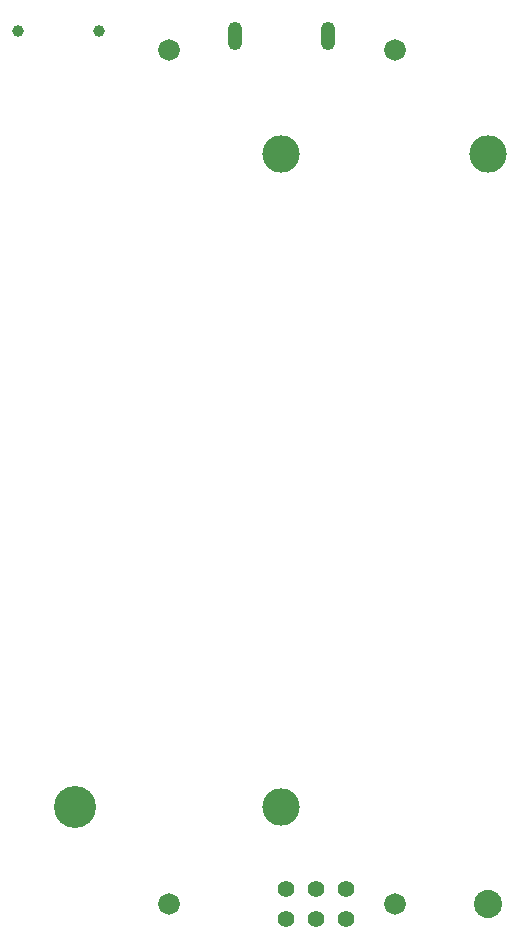
<source format=gbr>
%TF.GenerationSoftware,KiCad,Pcbnew,(6.0.6-0)*%
%TF.CreationDate,2022-08-03T09:40:13-07:00*%
%TF.ProjectId,Smart Floor Register,536d6172-7420-4466-9c6f-6f7220526567,rev?*%
%TF.SameCoordinates,Original*%
%TF.FileFunction,Soldermask,Bot*%
%TF.FilePolarity,Negative*%
%FSLAX46Y46*%
G04 Gerber Fmt 4.6, Leading zero omitted, Abs format (unit mm)*
G04 Created by KiCad (PCBNEW (6.0.6-0)) date 2022-08-03 09:40:13*
%MOMM*%
%LPD*%
G01*
G04 APERTURE LIST*
%ADD10C,1.000000*%
%ADD11O,1.208000X2.416000*%
%ADD12C,1.397000*%
%ADD13C,2.387600*%
%ADD14C,3.556000*%
%ADD15C,1.828800*%
%ADD16C,3.175000*%
G04 APERTURE END LIST*
D10*
%TO.C,S1*%
X101502000Y-69850000D03*
X108302000Y-69850000D03*
%TD*%
D11*
%TO.C,J3*%
X127750000Y-70284000D03*
X119850000Y-70284000D03*
%TD*%
D12*
%TO.C,J4*%
X124206000Y-142494000D03*
X124206000Y-145034000D03*
X126746000Y-142494000D03*
X126746000Y-145034000D03*
X129286000Y-142494000D03*
X129286000Y-145034000D03*
%TD*%
D13*
%TO.C,BT2*%
X141306100Y-143718438D03*
D14*
X106304900Y-135514238D03*
D15*
X114229700Y-71455438D03*
X133355900Y-143718438D03*
X114229700Y-143718438D03*
X133355900Y-71455438D03*
D16*
X123780100Y-80269238D03*
X123780100Y-135514238D03*
X141306100Y-80269238D03*
%TD*%
M02*

</source>
